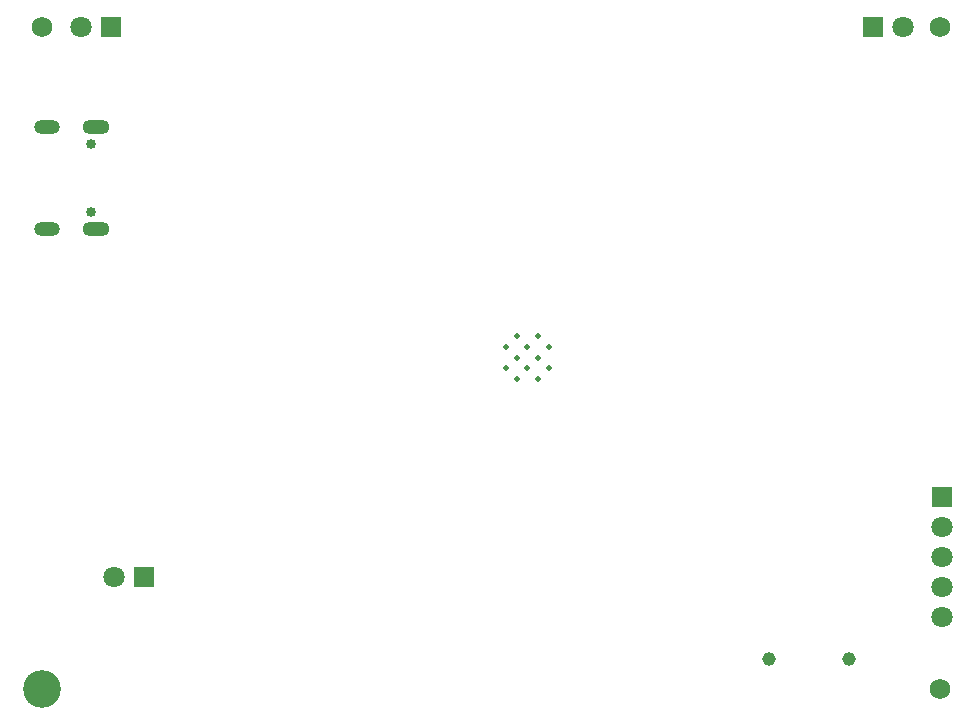
<source format=gbs>
G04*
G04 #@! TF.GenerationSoftware,Altium Limited,Altium Designer,20.2.6 (244)*
G04*
G04 Layer_Color=16711935*
%FSLAX24Y24*%
%MOIN*%
G70*
G04*
G04 #@! TF.SameCoordinates,7583AB6C-3689-415F-B137-6D089145A127*
G04*
G04*
G04 #@! TF.FilePolarity,Negative*
G04*
G01*
G75*
%ADD74C,0.0336*%
%ADD75O,0.0907X0.0493*%
%ADD76O,0.0867X0.0474*%
%ADD77C,0.0710*%
%ADD78R,0.0710X0.0710*%
%ADD79R,0.0710X0.0710*%
%ADD80C,0.0198*%
%ADD81C,0.0680*%
%ADD82C,0.1261*%
%ADD83C,0.0454*%
D74*
X2399Y18960D02*
D03*
Y16684D02*
D03*
D75*
X2596Y16121D02*
D03*
Y19523D02*
D03*
D76*
X950Y16121D02*
D03*
Y19523D02*
D03*
D77*
X29465Y22835D02*
D03*
X2071D02*
D03*
X3173Y4528D02*
D03*
X30787Y6165D02*
D03*
Y5165D02*
D03*
Y4165D02*
D03*
Y3165D02*
D03*
D78*
X28465Y22835D02*
D03*
X3071D02*
D03*
X4173Y4528D02*
D03*
D79*
X30787Y7165D02*
D03*
D80*
X16239Y11464D02*
D03*
Y12186D02*
D03*
X16600Y11102D02*
D03*
Y11825D02*
D03*
Y12547D02*
D03*
X16962Y11464D02*
D03*
Y12186D02*
D03*
X17323Y11102D02*
D03*
Y11825D02*
D03*
Y12547D02*
D03*
X17684Y11464D02*
D03*
Y12186D02*
D03*
D81*
X787Y22835D02*
D03*
X30709Y787D02*
D03*
Y22835D02*
D03*
D82*
X787Y787D02*
D03*
D83*
X25000Y1772D02*
D03*
X27677D02*
D03*
M02*

</source>
